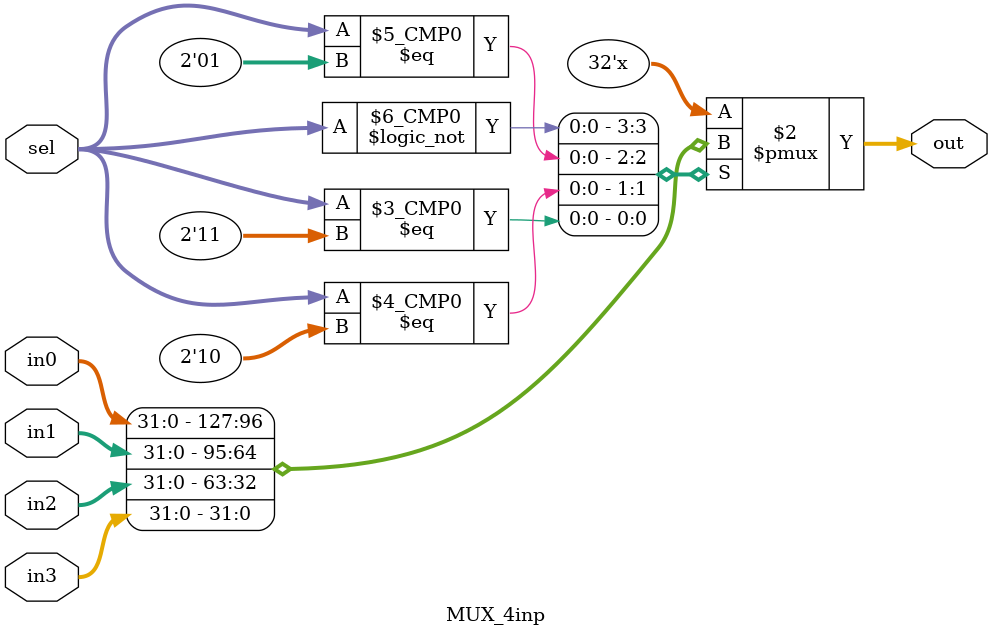
<source format=v>
`timescale 1ns / 1ps


module MUX_4inp(
    input [31:0] in0,
    input [31:0] in1,
    input [31:0] in2,
    input [31:0] in3,
    input [1:0] sel,
    output reg [31:0] out
    );
    
    always @(*) begin
        case(sel)
            2'b00: out <= in0;
            2'b01: out <= in1;
            2'b10: out <= in2;
            2'b11: out <= in3;
        endcase
    end
endmodule

</source>
